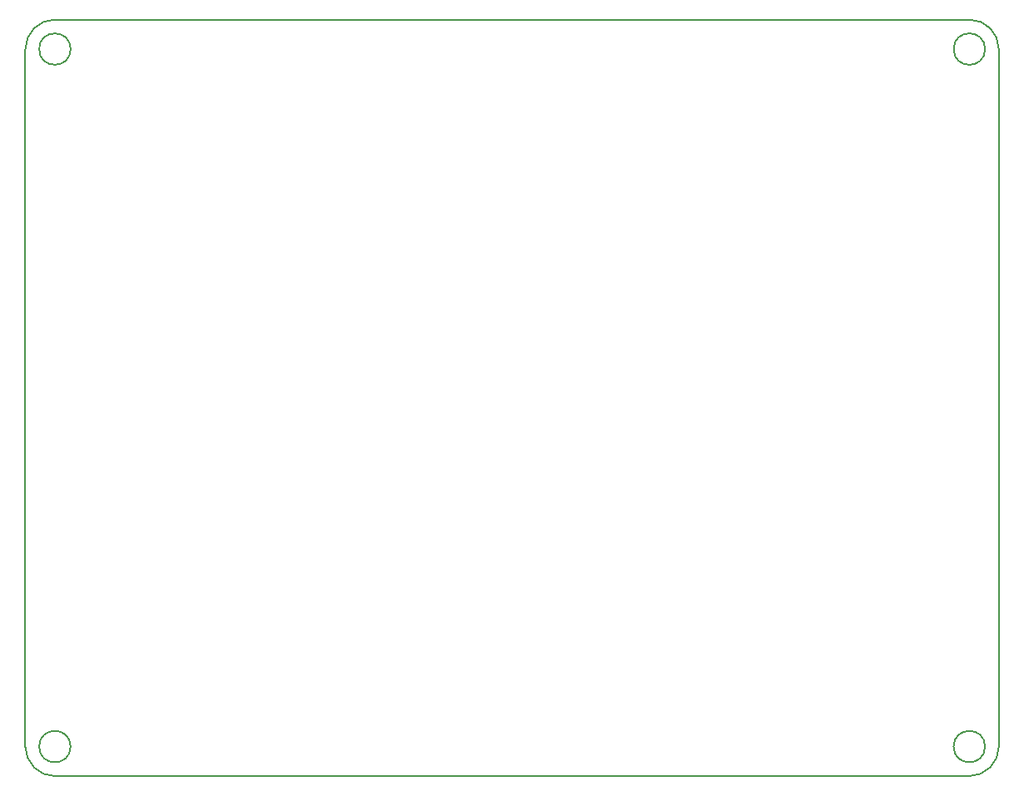
<source format=gbr>
G04 #@! TF.GenerationSoftware,KiCad,Pcbnew,(5.1.2)-2*
G04 #@! TF.CreationDate,2019-09-09T20:31:03-04:00*
G04 #@! TF.ProjectId,digiobscura,64696769-6f62-4736-9375-72612e6b6963,0.1a*
G04 #@! TF.SameCoordinates,Original*
G04 #@! TF.FileFunction,Profile,NP*
%FSLAX46Y46*%
G04 Gerber Fmt 4.6, Leading zero omitted, Abs format (unit mm)*
G04 Created by KiCad (PCBNEW (5.1.2)-2) date 2019-09-09 20:31:03*
%MOMM*%
%LPD*%
G04 APERTURE LIST*
%ADD10C,0.200000*%
G04 APERTURE END LIST*
D10*
X196000000Y-105000000D02*
G75*
G02X193000000Y-108000000I-3000000J0D01*
G01*
X97000000Y-34000000D02*
G75*
G02X100000000Y-31000000I3000000J0D01*
G01*
X101600000Y-105000000D02*
G75*
G03X101600000Y-105000000I-1600000J0D01*
G01*
X196000000Y-34000000D02*
X196000000Y-105000000D01*
X97000000Y-105000000D02*
X97000000Y-34000000D01*
X193000000Y-31000000D02*
G75*
G02X196000000Y-34000000I0J-3000000D01*
G01*
X100000000Y-108000000D02*
G75*
G02X97000000Y-105000000I0J3000000D01*
G01*
X193000000Y-108000000D02*
X100000000Y-108000000D01*
X194600000Y-105000000D02*
G75*
G03X194600000Y-105000000I-1600000J0D01*
G01*
X101600000Y-34000000D02*
G75*
G03X101600000Y-34000000I-1600000J0D01*
G01*
X194600000Y-34000000D02*
G75*
G03X194600000Y-34000000I-1600000J0D01*
G01*
X100000000Y-31000000D02*
X193000000Y-31000000D01*
M02*

</source>
